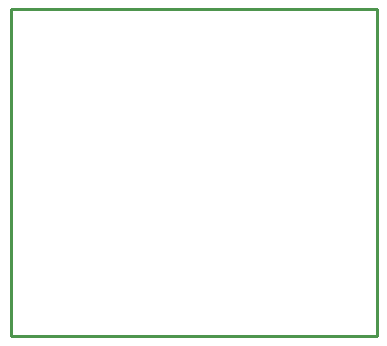
<source format=gm1>
%FSTAX25Y25*%
%MOIN*%
%SFA1B1*%

%IPPOS*%
%ADD22C,0.010000*%
%LNhdmi_breakout_pcb_v02-1*%
%LPD*%
G54D22*
X02015Y03845D02*
Y04935D01*
Y03845D02*
X03235D01*
Y04935*
X02015D02*
X03235D01*
M02*
</source>
